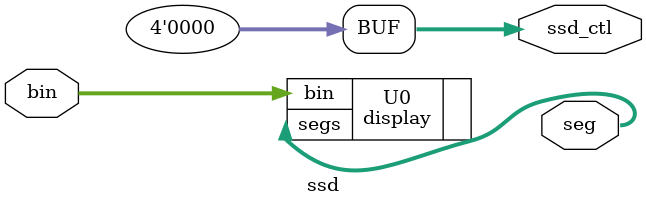
<source format=v>
`timescale 1ns / 1ps


module ssd(seg, bin, ssd_ctl);
output [3:0] ssd_ctl;
output [7:0] seg;  
input [3:0] bin;

display U0(.segs(seg),.bin(bin));

assign ssd_ctl = 4'b0000;

endmodule

</source>
